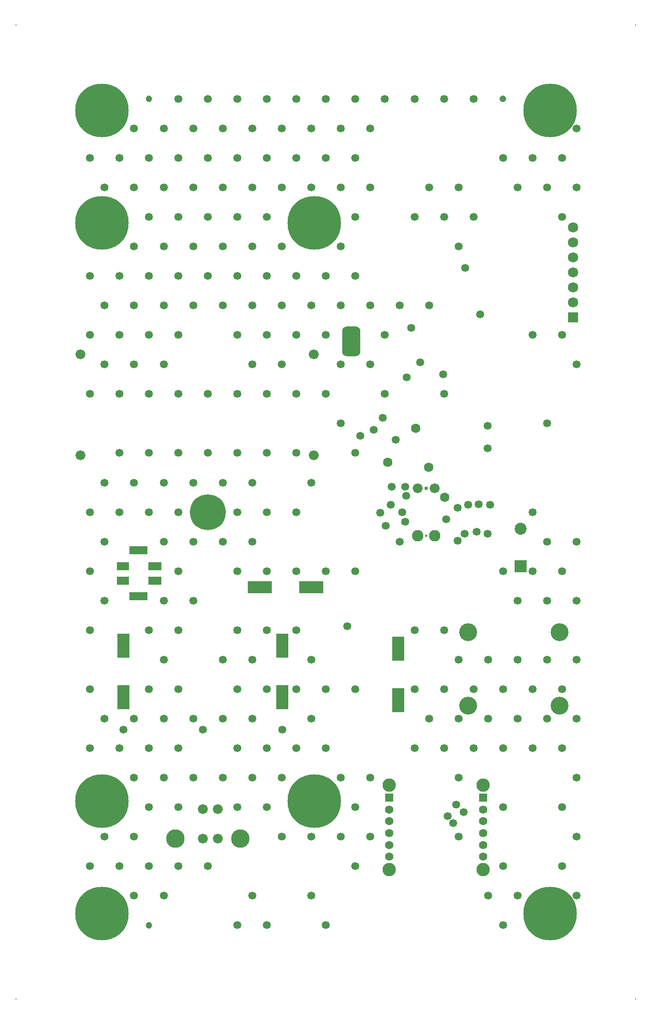
<source format=gbs>
G04*
G04 #@! TF.GenerationSoftware,Altium Limited,Altium Designer,25.8.1 (18)*
G04*
G04 Layer_Color=16711935*
%FSLAX44Y44*%
%MOMM*%
G71*
G04*
G04 #@! TF.SameCoordinates,F16540CA-DAB0-446D-89C1-54077F02B76C*
G04*
G04*
G04 #@! TF.FilePolarity,Negative*
G04*
G01*
G75*
%ADD80C,0.2032*%
%ADD81C,1.6760*%
%ADD82C,1.7260*%
%ADD83C,1.6000*%
%ADD84C,3.0310*%
%ADD85R,2.0260X2.0260*%
G04:AMPARAMS|DCode=86|XSize=5.076mm|YSize=3.076mm|CornerRadius=0.788mm|HoleSize=0mm|Usage=FLASHONLY|Rotation=90.000|XOffset=0mm|YOffset=0mm|HoleType=Round|Shape=RoundedRectangle|*
%AMROUNDEDRECTD86*
21,1,5.0760,1.5000,0,0,90.0*
21,1,3.5000,3.0760,0,0,90.0*
1,1,1.5760,0.7500,1.7500*
1,1,1.5760,0.7500,-1.7500*
1,1,1.5760,-0.7500,-1.7500*
1,1,1.5760,-0.7500,1.7500*
%
%ADD86ROUNDEDRECTD86*%
%ADD87R,1.7260X1.7260*%
%ADD88C,2.0260*%
%ADD89C,2.2660*%
%ADD90C,1.4130*%
%ADD91R,1.4130X1.4130*%
%ADD92C,0.4060*%
%ADD93C,0.6160*%
%ADD94C,1.9510*%
%ADD95C,3.1240*%
%ADD96C,1.3460*%
%ADD97C,9.0760*%
%ADD98C,6.0760*%
%ADD99R,2.0760X4.1760*%
%ADD100R,4.1760X2.0760*%
%ADD101R,2.3260X1.4260*%
%ADD102R,2.1460X1.4260*%
%ADD103R,3.0760X1.4760*%
G36*
X301069Y205375D02*
X301141Y205353D01*
X302978Y204592D01*
X303044Y204556D01*
X303102Y204509D01*
X304509Y203102D01*
X304556Y203044D01*
X304592Y202978D01*
X305353Y201141D01*
X305375Y201069D01*
X305382Y200994D01*
Y200000D01*
Y199005D01*
X305375Y198931D01*
X305353Y198859D01*
X304592Y197022D01*
X304556Y196956D01*
X304509Y196898D01*
X303102Y195491D01*
X303044Y195444D01*
X302978Y195408D01*
X301141Y194647D01*
X301069Y194625D01*
X300994Y194618D01*
X299005D01*
X298931Y194625D01*
X298859Y194647D01*
X297022Y195408D01*
X296956Y195444D01*
X296898Y195491D01*
X295491Y196898D01*
X295444Y196956D01*
X295408Y197022D01*
X294647Y198859D01*
X294625Y198931D01*
X294618Y199005D01*
Y200000D01*
Y200994D01*
X294625Y201069D01*
X294647Y201141D01*
X295408Y202978D01*
X295444Y203044D01*
X295491Y203102D01*
X296898Y204509D01*
X296956Y204556D01*
X297022Y204592D01*
X298859Y205353D01*
X298931Y205375D01*
X299005Y205382D01*
X300994D01*
X301069Y205375D01*
D02*
G37*
G36*
Y1605374D02*
X301141Y1605353D01*
X302978Y1604592D01*
X303044Y1604556D01*
X303102Y1604509D01*
X304509Y1603102D01*
X304556Y1603044D01*
X304592Y1602978D01*
X305353Y1601141D01*
X305375Y1601069D01*
X305382Y1600995D01*
Y1600000D01*
Y1599005D01*
X305375Y1598931D01*
X305353Y1598859D01*
X304592Y1597022D01*
X304556Y1596956D01*
X304509Y1596898D01*
X303102Y1595491D01*
X303044Y1595444D01*
X302978Y1595408D01*
X301141Y1594647D01*
X301069Y1594626D01*
X300994Y1594618D01*
X299005D01*
X298931Y1594626D01*
X298859Y1594647D01*
X297022Y1595408D01*
X296956Y1595444D01*
X296898Y1595491D01*
X295491Y1596898D01*
X295444Y1596956D01*
X295408Y1597022D01*
X294647Y1598859D01*
X294625Y1598931D01*
X294618Y1599005D01*
Y1600000D01*
Y1600995D01*
X294625Y1601069D01*
X294647Y1601141D01*
X295408Y1602978D01*
X295444Y1603044D01*
X295491Y1603102D01*
X296898Y1604509D01*
X296956Y1604556D01*
X297022Y1604592D01*
X298859Y1605353D01*
X298931Y1605374D01*
X299005Y1605382D01*
X300994D01*
X301069Y1605374D01*
D02*
G37*
G36*
X901069D02*
X901141Y1605353D01*
X902978Y1604592D01*
X903044Y1604556D01*
X903102Y1604509D01*
X904509Y1603102D01*
X904556Y1603044D01*
X904592Y1602978D01*
X905353Y1601141D01*
X905375Y1601069D01*
X905382Y1600995D01*
Y1600000D01*
Y1599005D01*
X905375Y1598931D01*
X905353Y1598859D01*
X904592Y1597022D01*
X904556Y1596956D01*
X904509Y1596898D01*
X903102Y1595491D01*
X903044Y1595444D01*
X902978Y1595408D01*
X901141Y1594647D01*
X901069Y1594626D01*
X900994Y1594618D01*
X899005D01*
X898931Y1594626D01*
X898859Y1594647D01*
X897022Y1595408D01*
X896956Y1595444D01*
X896898Y1595491D01*
X895491Y1596898D01*
X895444Y1596956D01*
X895408Y1597022D01*
X894647Y1598859D01*
X894625Y1598931D01*
X894618Y1599005D01*
Y1600000D01*
Y1600995D01*
X894625Y1601069D01*
X894647Y1601141D01*
X895408Y1602978D01*
X895444Y1603044D01*
X895491Y1603102D01*
X896898Y1604509D01*
X896956Y1604556D01*
X897022Y1604592D01*
X898859Y1605353D01*
X898931Y1605374D01*
X899005Y1605382D01*
X900994D01*
X901069Y1605374D01*
D02*
G37*
D80*
X1125000Y75000D02*
D03*
X75000D02*
D03*
Y1725000D02*
D03*
X1125000D02*
D03*
D81*
X579260Y995820D02*
D03*
X184320D02*
D03*
X184285Y1167270D02*
D03*
X579255D02*
D03*
X755700Y940000D02*
D03*
X784300D02*
D03*
X391300Y396380D02*
D03*
Y346380D02*
D03*
X416700D02*
D03*
Y396380D02*
D03*
D82*
X1018680Y1381900D02*
D03*
Y1356500D02*
D03*
Y1331100D02*
D03*
Y1305700D02*
D03*
Y1280300D02*
D03*
Y1254900D02*
D03*
D83*
X800900Y924700D02*
D03*
X751980Y1042300D02*
D03*
X774065Y975500D02*
D03*
X704900Y984220D02*
D03*
D84*
X995880Y571640D02*
D03*
X840880D02*
D03*
Y696100D02*
D03*
X995880D02*
D03*
D85*
X929780Y807860D02*
D03*
D86*
X642760Y1188860D02*
D03*
D87*
X1018680Y1229500D02*
D03*
D88*
X929780Y871360D02*
D03*
D89*
X866100Y294540D02*
D03*
Y437540D02*
D03*
X707400Y294540D02*
D03*
Y437540D02*
D03*
D90*
X866100Y316040D02*
D03*
Y336040D02*
D03*
Y356040D02*
D03*
Y376040D02*
D03*
Y396040D02*
D03*
X707400Y316040D02*
D03*
Y336040D02*
D03*
Y356040D02*
D03*
Y376040D02*
D03*
Y396040D02*
D03*
D91*
X866100Y416040D02*
D03*
X707400D02*
D03*
D92*
X770000Y860000D02*
D03*
D93*
Y940000D02*
D03*
D94*
X755700Y860000D02*
D03*
X784300D02*
D03*
D95*
X344940Y346380D02*
D03*
X454607Y346380D02*
D03*
D96*
X717949Y1022070D02*
D03*
X711834Y942734D02*
D03*
X734112Y942698D02*
D03*
X696100Y1059320D02*
D03*
X681180Y1039570D02*
D03*
X636459Y706260D02*
D03*
X1025000Y1550000D02*
D03*
X1000000Y1500000D02*
D03*
X900000D02*
D03*
X950000D02*
D03*
X1025000Y1450000D02*
D03*
X1000000Y1400000D02*
D03*
X925000Y1450000D02*
D03*
X975000D02*
D03*
X850000Y1600000D02*
D03*
X825000Y1450000D02*
D03*
X800000Y1600000D02*
D03*
X750000D02*
D03*
X775000Y1450000D02*
D03*
X850000Y1400000D02*
D03*
X825000Y1350000D02*
D03*
X750000Y1400000D02*
D03*
X800000D02*
D03*
X1025000Y1150000D02*
D03*
X1000000Y1200000D02*
D03*
X950000D02*
D03*
X800000Y1100000D02*
D03*
X975000Y1050000D02*
D03*
X775000Y1250000D02*
D03*
X700000Y1600000D02*
D03*
X675000Y1550000D02*
D03*
Y1450000D02*
D03*
X650000Y1500000D02*
D03*
Y1600000D02*
D03*
Y1400000D02*
D03*
X725000Y1250000D02*
D03*
X675000D02*
D03*
X700000Y1200000D02*
D03*
X650000Y1300000D02*
D03*
X625000Y1250000D02*
D03*
Y1550000D02*
D03*
X600000Y1600000D02*
D03*
Y1500000D02*
D03*
X575000Y1550000D02*
D03*
Y1450000D02*
D03*
X625000Y1350000D02*
D03*
Y1450000D02*
D03*
X600000Y1200000D02*
D03*
Y1300000D02*
D03*
X575000Y1250000D02*
D03*
X700000Y1100000D02*
D03*
X675000Y1150000D02*
D03*
X625000D02*
D03*
X600000Y1100000D02*
D03*
X650000Y1000000D02*
D03*
X625000Y1050000D02*
D03*
X575000Y950000D02*
D03*
X1025000Y850000D02*
D03*
X1000000Y800000D02*
D03*
X1025000Y750000D02*
D03*
X975000Y850000D02*
D03*
X950000Y800000D02*
D03*
X975000Y750000D02*
D03*
X1025000Y650000D02*
D03*
X1000000Y600000D02*
D03*
X975000Y650000D02*
D03*
X950000Y600000D02*
D03*
Y900000D02*
D03*
X925000Y750000D02*
D03*
X900000Y800000D02*
D03*
X925000Y650000D02*
D03*
X875000D02*
D03*
X900000Y600000D02*
D03*
X850000D02*
D03*
X1025000Y450000D02*
D03*
Y550000D02*
D03*
X1000000Y400000D02*
D03*
X975000Y550000D02*
D03*
X950000Y500000D02*
D03*
X1000000D02*
D03*
X1025000Y350000D02*
D03*
Y250000D02*
D03*
X1000000Y300000D02*
D03*
X925000Y250000D02*
D03*
Y550000D02*
D03*
X900000Y500000D02*
D03*
Y400000D02*
D03*
X875000Y550000D02*
D03*
X850000Y500000D02*
D03*
X900000Y300000D02*
D03*
X875000Y250000D02*
D03*
X900000Y200000D02*
D03*
X800000Y700000D02*
D03*
X725000Y850000D02*
D03*
X750000Y700000D02*
D03*
X825000Y650000D02*
D03*
X750000Y600000D02*
D03*
X800000D02*
D03*
X650000Y800000D02*
D03*
X600000D02*
D03*
X650000Y600000D02*
D03*
X575000Y650000D02*
D03*
X600000Y600000D02*
D03*
X825000Y550000D02*
D03*
X775000D02*
D03*
X800000Y500000D02*
D03*
X750000D02*
D03*
X675000Y450000D02*
D03*
X825000Y350000D02*
D03*
Y450000D02*
D03*
X675000Y350000D02*
D03*
X625000Y450000D02*
D03*
X650000Y400000D02*
D03*
X575000Y550000D02*
D03*
X600000Y500000D02*
D03*
X650000Y300000D02*
D03*
X625000Y350000D02*
D03*
X600000Y200000D02*
D03*
X575000Y350000D02*
D03*
Y250000D02*
D03*
X550000Y1600000D02*
D03*
X525000Y1550000D02*
D03*
X550000Y1500000D02*
D03*
X500000Y1600000D02*
D03*
X475000Y1550000D02*
D03*
X500000Y1500000D02*
D03*
X525000Y1450000D02*
D03*
X500000Y1400000D02*
D03*
X525000Y1350000D02*
D03*
X475000Y1450000D02*
D03*
Y1350000D02*
D03*
X450000Y1600000D02*
D03*
X425000Y1550000D02*
D03*
X450000Y1500000D02*
D03*
X400000Y1600000D02*
D03*
Y1500000D02*
D03*
X450000Y1400000D02*
D03*
X425000Y1450000D02*
D03*
Y1350000D02*
D03*
X375000Y1450000D02*
D03*
X400000Y1400000D02*
D03*
X550000Y1200000D02*
D03*
Y1300000D02*
D03*
X525000Y1150000D02*
D03*
Y1250000D02*
D03*
X500000Y1300000D02*
D03*
Y1200000D02*
D03*
X550000Y1100000D02*
D03*
X500000Y1000000D02*
D03*
X550000D02*
D03*
X500000Y1100000D02*
D03*
X475000Y950000D02*
D03*
Y1250000D02*
D03*
X450000Y1300000D02*
D03*
Y1200000D02*
D03*
X400000Y1300000D02*
D03*
X425000Y1250000D02*
D03*
X475000Y1150000D02*
D03*
X450000Y1100000D02*
D03*
Y1000000D02*
D03*
X400000Y1100000D02*
D03*
Y1000000D02*
D03*
X375000Y1550000D02*
D03*
X350000Y1600000D02*
D03*
Y1500000D02*
D03*
X325000Y1450000D02*
D03*
Y1550000D02*
D03*
X300000Y1400000D02*
D03*
X375000Y1350000D02*
D03*
X350000Y1400000D02*
D03*
Y1300000D02*
D03*
X325000Y1350000D02*
D03*
X300000Y1300000D02*
D03*
X275000Y1550000D02*
D03*
X300000Y1500000D02*
D03*
X200000D02*
D03*
X250000D02*
D03*
X275000Y1350000D02*
D03*
Y1450000D02*
D03*
X250000Y1300000D02*
D03*
X225000Y1450000D02*
D03*
X200000Y1300000D02*
D03*
X375000Y1250000D02*
D03*
X350000Y1200000D02*
D03*
X325000Y1150000D02*
D03*
Y1250000D02*
D03*
X300000Y1200000D02*
D03*
X275000Y1150000D02*
D03*
X350000Y1100000D02*
D03*
X300000Y1000000D02*
D03*
X350000D02*
D03*
X300000Y1100000D02*
D03*
X275000Y950000D02*
D03*
Y1250000D02*
D03*
X225000D02*
D03*
X250000Y1200000D02*
D03*
X200000D02*
D03*
X250000Y1000000D02*
D03*
Y1100000D02*
D03*
X225000Y950000D02*
D03*
Y1150000D02*
D03*
X200000Y1100000D02*
D03*
X550000Y800000D02*
D03*
Y900000D02*
D03*
X500000Y800000D02*
D03*
Y900000D02*
D03*
Y700000D02*
D03*
X550000D02*
D03*
Y600000D02*
D03*
X475000Y650000D02*
D03*
X500000Y600000D02*
D03*
X450000Y900000D02*
D03*
X425000Y850000D02*
D03*
X475000D02*
D03*
X425000Y950000D02*
D03*
X375000Y850000D02*
D03*
X450000Y700000D02*
D03*
Y800000D02*
D03*
Y600000D02*
D03*
X375000Y750000D02*
D03*
X425000Y650000D02*
D03*
X550000Y500000D02*
D03*
X525000Y350000D02*
D03*
Y450000D02*
D03*
X500000Y500000D02*
D03*
Y400000D02*
D03*
Y200000D02*
D03*
X475000Y250000D02*
D03*
Y550000D02*
D03*
X425000D02*
D03*
X450000Y500000D02*
D03*
X375000Y550000D02*
D03*
Y450000D02*
D03*
X475000D02*
D03*
X450000Y400000D02*
D03*
Y200000D02*
D03*
X425000Y450000D02*
D03*
X400000Y300000D02*
D03*
X375000Y950000D02*
D03*
X350000Y900000D02*
D03*
Y800000D02*
D03*
X325000Y850000D02*
D03*
Y950000D02*
D03*
X350000Y700000D02*
D03*
X325000Y650000D02*
D03*
X350000Y600000D02*
D03*
X325000Y750000D02*
D03*
X300000Y700000D02*
D03*
Y900000D02*
D03*
X250000D02*
D03*
X200000D02*
D03*
X225000Y850000D02*
D03*
Y750000D02*
D03*
X200000Y600000D02*
D03*
Y800000D02*
D03*
Y700000D02*
D03*
X350000Y500000D02*
D03*
X325000Y550000D02*
D03*
Y450000D02*
D03*
X300000Y500000D02*
D03*
Y600000D02*
D03*
Y400000D02*
D03*
X350000Y300000D02*
D03*
Y400000D02*
D03*
X325000Y250000D02*
D03*
X300000Y300000D02*
D03*
X275000Y250000D02*
D03*
Y550000D02*
D03*
X250000Y500000D02*
D03*
X275000Y450000D02*
D03*
X225000Y550000D02*
D03*
X200000Y500000D02*
D03*
X275000Y350000D02*
D03*
X250000Y300000D02*
D03*
X225000Y350000D02*
D03*
X200000Y300000D02*
D03*
X658000Y1028840D02*
D03*
X873780Y862955D02*
D03*
X878188Y912660D02*
D03*
X873900Y1008230D02*
D03*
Y1046240D02*
D03*
X840880Y912660D02*
D03*
X858660Y913160D02*
D03*
X798970Y1132980D02*
D03*
X710070Y912500D02*
D03*
X823100Y851040D02*
D03*
X855020Y866489D02*
D03*
X835420Y862955D02*
D03*
X803670Y887500D02*
D03*
X823100Y906920D02*
D03*
X806119Y384479D02*
D03*
X816017Y372891D02*
D03*
X833260Y391300D02*
D03*
X820560Y404000D02*
D03*
X744360Y1211720D02*
D03*
X759480Y1153300D02*
D03*
X736740Y1127900D02*
D03*
X835800Y1313320D02*
D03*
X861200Y1234580D02*
D03*
X701180Y876440D02*
D03*
X692380Y899172D02*
D03*
X736330Y927620D02*
D03*
X256680Y531000D02*
D03*
X391300D02*
D03*
X525920D02*
D03*
X734200Y883464D02*
D03*
X729120Y899300D02*
D03*
D97*
X980000Y1580000D02*
D03*
Y220000D02*
D03*
X220000Y1580000D02*
D03*
Y220000D02*
D03*
Y410000D02*
D03*
X580000D02*
D03*
Y1390000D02*
D03*
X220000D02*
D03*
D98*
X400000Y900000D02*
D03*
D99*
X722603Y581480D02*
D03*
X525920Y673560D02*
D03*
X256680D02*
D03*
Y586560D02*
D03*
X525920D02*
D03*
X722603Y668480D02*
D03*
D100*
X575218Y773082D02*
D03*
X488218D02*
D03*
D101*
X309980Y808560D02*
D03*
Y783560D02*
D03*
D102*
X255680Y808560D02*
D03*
Y783560D02*
D03*
D103*
X282080Y835060D02*
D03*
Y757060D02*
D03*
M02*

</source>
